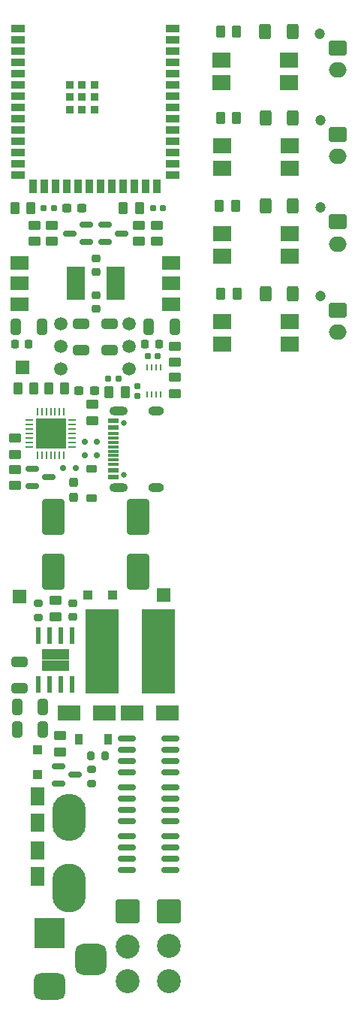
<source format=gbr>
%TF.GenerationSoftware,KiCad,Pcbnew,7.0.6*%
%TF.CreationDate,2023-07-31T04:45:07-07:00*%
%TF.ProjectId,LED_Wled,4c45445f-576c-4656-942e-6b696361645f,rev?*%
%TF.SameCoordinates,Original*%
%TF.FileFunction,Soldermask,Top*%
%TF.FilePolarity,Negative*%
%FSLAX46Y46*%
G04 Gerber Fmt 4.6, Leading zero omitted, Abs format (unit mm)*
G04 Created by KiCad (PCBNEW 7.0.6) date 2023-07-31 04:45:07*
%MOMM*%
%LPD*%
G01*
G04 APERTURE LIST*
G04 Aperture macros list*
%AMRoundRect*
0 Rectangle with rounded corners*
0 $1 Rounding radius*
0 $2 $3 $4 $5 $6 $7 $8 $9 X,Y pos of 4 corners*
0 Add a 4 corners polygon primitive as box body*
4,1,4,$2,$3,$4,$5,$6,$7,$8,$9,$2,$3,0*
0 Add four circle primitives for the rounded corners*
1,1,$1+$1,$2,$3*
1,1,$1+$1,$4,$5*
1,1,$1+$1,$6,$7*
1,1,$1+$1,$8,$9*
0 Add four rect primitives between the rounded corners*
20,1,$1+$1,$2,$3,$4,$5,0*
20,1,$1+$1,$4,$5,$6,$7,0*
20,1,$1+$1,$6,$7,$8,$9,0*
20,1,$1+$1,$8,$9,$2,$3,0*%
%AMFreePoly0*
4,1,6,1.000000,0.000000,0.500000,-0.750000,-0.500000,-0.750000,-0.500000,0.750000,0.500000,0.750000,1.000000,0.000000,1.000000,0.000000,$1*%
G04 Aperture macros list end*
%ADD10R,2.000000X1.780000*%
%ADD11RoundRect,0.250000X-0.400000X-0.625000X0.400000X-0.625000X0.400000X0.625000X-0.400000X0.625000X0*%
%ADD12RoundRect,0.250000X-0.262500X-0.450000X0.262500X-0.450000X0.262500X0.450000X-0.262500X0.450000X0*%
%ADD13RoundRect,0.250000X-0.325000X-0.650000X0.325000X-0.650000X0.325000X0.650000X-0.325000X0.650000X0*%
%ADD14RoundRect,0.250000X1.000000X-1.750000X1.000000X1.750000X-1.000000X1.750000X-1.000000X-1.750000X0*%
%ADD15RoundRect,0.225000X0.375000X-0.225000X0.375000X0.225000X-0.375000X0.225000X-0.375000X-0.225000X0*%
%ADD16RoundRect,0.250000X-0.450000X0.262500X-0.450000X-0.262500X0.450000X-0.262500X0.450000X0.262500X0*%
%ADD17RoundRect,0.250000X0.650000X-0.325000X0.650000X0.325000X-0.650000X0.325000X-0.650000X-0.325000X0*%
%ADD18R,0.250000X0.750000*%
%ADD19RoundRect,0.250001X-1.099999X1.099999X-1.099999X-1.099999X1.099999X-1.099999X1.099999X1.099999X0*%
%ADD20C,2.700000*%
%ADD21RoundRect,0.250000X0.262500X0.450000X-0.262500X0.450000X-0.262500X-0.450000X0.262500X-0.450000X0*%
%ADD22RoundRect,0.150000X-0.825000X-0.150000X0.825000X-0.150000X0.825000X0.150000X-0.825000X0.150000X0*%
%ADD23R,1.500000X1.500000*%
%ADD24FreePoly0,90.000000*%
%ADD25FreePoly0,270.000000*%
%ADD26RoundRect,0.150000X0.150000X0.200000X-0.150000X0.200000X-0.150000X-0.200000X0.150000X-0.200000X0*%
%ADD27RoundRect,0.237500X0.300000X0.237500X-0.300000X0.237500X-0.300000X-0.237500X0.300000X-0.237500X0*%
%ADD28RoundRect,0.250000X0.450000X-0.262500X0.450000X0.262500X-0.450000X0.262500X-0.450000X-0.262500X0*%
%ADD29R,2.500000X1.800000*%
%ADD30O,2.000000X1.700000*%
%ADD31RoundRect,0.250000X-0.750000X0.600000X-0.750000X-0.600000X0.750000X-0.600000X0.750000X0.600000X0*%
%ADD32C,1.200000*%
%ADD33R,3.500000X3.500000*%
%ADD34RoundRect,0.750000X1.000000X-0.750000X1.000000X0.750000X-1.000000X0.750000X-1.000000X-0.750000X0*%
%ADD35RoundRect,0.875000X0.875000X-0.875000X0.875000X0.875000X-0.875000X0.875000X-0.875000X-0.875000X0*%
%ADD36RoundRect,0.200000X0.200000X0.275000X-0.200000X0.275000X-0.200000X-0.275000X0.200000X-0.275000X0*%
%ADD37R,2.000000X1.500000*%
%ADD38R,2.000000X3.800000*%
%ADD39RoundRect,0.150000X-0.587500X-0.150000X0.587500X-0.150000X0.587500X0.150000X-0.587500X0.150000X0*%
%ADD40RoundRect,0.062500X0.337500X0.062500X-0.337500X0.062500X-0.337500X-0.062500X0.337500X-0.062500X0*%
%ADD41RoundRect,0.062500X0.062500X0.337500X-0.062500X0.337500X-0.062500X-0.337500X0.062500X-0.337500X0*%
%ADD42R,3.350000X3.350000*%
%ADD43C,0.650000*%
%ADD44R,1.240000X0.600000*%
%ADD45R,1.240000X0.300000*%
%ADD46O,2.100000X1.000000*%
%ADD47O,1.800000X1.000000*%
%ADD48R,1.100000X1.100000*%
%ADD49RoundRect,0.155000X0.212500X0.155000X-0.212500X0.155000X-0.212500X-0.155000X0.212500X-0.155000X0*%
%ADD50RoundRect,0.225000X0.225000X0.250000X-0.225000X0.250000X-0.225000X-0.250000X0.225000X-0.250000X0*%
%ADD51R,1.500000X0.900000*%
%ADD52R,0.900000X1.500000*%
%ADD53R,0.900000X0.900000*%
%ADD54RoundRect,0.200000X0.275000X-0.200000X0.275000X0.200000X-0.275000X0.200000X-0.275000X-0.200000X0*%
%ADD55R,0.610000X1.910000*%
%ADD56R,1.550000X1.205000*%
%ADD57RoundRect,0.155000X0.155000X-0.212500X0.155000X0.212500X-0.155000X0.212500X-0.155000X-0.212500X0*%
%ADD58RoundRect,0.225000X0.250000X-0.225000X0.250000X0.225000X-0.250000X0.225000X-0.250000X-0.225000X0*%
%ADD59RoundRect,0.155000X-0.212500X-0.155000X0.212500X-0.155000X0.212500X0.155000X-0.212500X0.155000X0*%
%ADD60RoundRect,0.250000X-0.650000X0.325000X-0.650000X-0.325000X0.650000X-0.325000X0.650000X0.325000X0*%
%ADD61R,3.750000X9.500000*%
%ADD62RoundRect,0.200000X-0.275000X0.200000X-0.275000X-0.200000X0.275000X-0.200000X0.275000X0.200000X0*%
%ADD63O,3.800000X5.500000*%
%ADD64O,3.800000X5.300000*%
%ADD65RoundRect,0.250000X0.300000X0.300000X-0.300000X0.300000X-0.300000X-0.300000X0.300000X-0.300000X0*%
%ADD66RoundRect,0.237500X-0.237500X0.300000X-0.237500X-0.300000X0.237500X-0.300000X0.237500X0.300000X0*%
%ADD67RoundRect,0.150000X0.587500X0.150000X-0.587500X0.150000X-0.587500X-0.150000X0.587500X-0.150000X0*%
%ADD68R,0.900000X1.200000*%
%ADD69RoundRect,0.225000X-0.250000X0.225000X-0.250000X-0.225000X0.250000X-0.225000X0.250000X0.225000X0*%
%ADD70C,1.500000*%
G04 APERTURE END LIST*
D10*
%TO.C,U10*%
X221894400Y-70815200D03*
X221894400Y-68275200D03*
X214274400Y-68275200D03*
X214274400Y-70815200D03*
%TD*%
%TO.C,U9*%
X221894400Y-80721200D03*
X221894400Y-78181200D03*
X214274400Y-78181200D03*
X214274400Y-80721200D03*
%TD*%
%TO.C,U8*%
X214233600Y-51221400D03*
X214233600Y-48681400D03*
X221853600Y-48681400D03*
X221853600Y-51221400D03*
%TD*%
%TO.C,U7*%
X214274400Y-60909200D03*
X214274400Y-58369200D03*
X221894400Y-58369200D03*
X221894400Y-60909200D03*
%TD*%
D11*
%TO.C,R28*%
X222270600Y-45501400D03*
X219170600Y-45501400D03*
%TD*%
D12*
%TO.C,R15*%
X201525500Y-86106000D03*
X203350500Y-86106000D03*
%TD*%
D13*
%TO.C,C4*%
X191160400Y-124104400D03*
X194110400Y-124104400D03*
%TD*%
D14*
%TO.C,C2*%
X195250000Y-106300000D03*
X195250000Y-100200000D03*
%TD*%
D15*
%TO.C,D9*%
X199593200Y-98068400D03*
X199593200Y-94768400D03*
%TD*%
D16*
%TO.C,R20*%
X206936100Y-67296700D03*
X206936100Y-69121700D03*
%TD*%
D17*
%TO.C,C26*%
X198374000Y-81383400D03*
X198374000Y-78433400D03*
%TD*%
D18*
%TO.C,U1*%
X205879000Y-86386000D03*
X206379000Y-86386000D03*
X206879000Y-86386000D03*
X207379000Y-86386000D03*
X207379000Y-83286000D03*
X206879000Y-83286000D03*
X206379000Y-83286000D03*
X205879000Y-83286000D03*
%TD*%
D19*
%TO.C,J4*%
X203666000Y-144598500D03*
D20*
X203666000Y-148558500D03*
X203666000Y-152518500D03*
%TD*%
D17*
%TO.C,C15*%
X201625200Y-81383400D03*
X201625200Y-78433400D03*
%TD*%
D11*
%TO.C,R32*%
X219211400Y-65095200D03*
X222311400Y-65095200D03*
%TD*%
D21*
%TO.C,R1*%
X204976100Y-65328800D03*
X203151100Y-65328800D03*
%TD*%
D22*
%TO.C,Q2*%
X203519000Y-136145800D03*
X203519000Y-137415800D03*
X203519000Y-138685800D03*
X203519000Y-139955800D03*
X208469000Y-139955800D03*
X208469000Y-138685800D03*
X208469000Y-137415800D03*
X208469000Y-136145800D03*
%TD*%
D19*
%TO.C,J1*%
X208280000Y-144579200D03*
D20*
X208280000Y-148539200D03*
X208280000Y-152499200D03*
%TD*%
D23*
%TO.C,JP1*%
X193497200Y-134350400D03*
X193497200Y-131950400D03*
D24*
X193497200Y-135150400D03*
D25*
X193497200Y-131150400D03*
%TD*%
D26*
%TO.C,D8*%
X198791600Y-91694000D03*
X200191600Y-91694000D03*
%TD*%
D27*
%TO.C,C19*%
X198474500Y-65328800D03*
X196749500Y-65328800D03*
%TD*%
D28*
%TO.C,R25*%
X190906400Y-96619700D03*
X190906400Y-94794700D03*
%TD*%
D16*
%TO.C,R3*%
X208991200Y-84431500D03*
X208991200Y-86256500D03*
%TD*%
D29*
%TO.C,D4*%
X197000000Y-122250000D03*
X201000000Y-122250000D03*
%TD*%
D30*
%TO.C,J11*%
X227324600Y-49819400D03*
D31*
X227324600Y-47319400D03*
D32*
X225324600Y-45719400D03*
%TD*%
D22*
%TO.C,Q4*%
X203519000Y-130645800D03*
X203519000Y-131915800D03*
X203519000Y-133185800D03*
X203519000Y-134455800D03*
X208469000Y-134455800D03*
X208469000Y-133185800D03*
X208469000Y-131915800D03*
X208469000Y-130645800D03*
%TD*%
D33*
%TO.C,J2*%
X194825700Y-147060400D03*
D34*
X194825700Y-153060400D03*
D35*
X199525700Y-150060400D03*
%TD*%
D36*
%TO.C,R6*%
X201129400Y-127101600D03*
X199479400Y-127101600D03*
%TD*%
D37*
%TO.C,U12*%
X208585200Y-76163200D03*
X208585200Y-73863200D03*
D38*
X202285200Y-73863200D03*
D37*
X208585200Y-71563200D03*
%TD*%
D39*
%TO.C,Q8*%
X192915300Y-94757200D03*
X192915300Y-96657200D03*
X194790300Y-95707200D03*
%TD*%
D11*
%TO.C,R8*%
X222311400Y-55229200D03*
X219211400Y-55229200D03*
%TD*%
D40*
%TO.C,U6*%
X197418000Y-92279600D03*
X197418000Y-91779600D03*
X197418000Y-91279600D03*
X197418000Y-90779600D03*
X197418000Y-90279600D03*
X197418000Y-89779600D03*
X197418000Y-89279600D03*
D41*
X196468000Y-88329600D03*
X195968000Y-88329600D03*
X195468000Y-88329600D03*
X194968000Y-88329600D03*
X194468000Y-88329600D03*
X193968000Y-88329600D03*
X193468000Y-88329600D03*
D40*
X192518000Y-89279600D03*
X192518000Y-89779600D03*
X192518000Y-90279600D03*
X192518000Y-90779600D03*
X192518000Y-91279600D03*
X192518000Y-91779600D03*
X192518000Y-92279600D03*
D41*
X193468000Y-93229600D03*
X193968000Y-93229600D03*
X194468000Y-93229600D03*
X194968000Y-93229600D03*
X195468000Y-93229600D03*
X195968000Y-93229600D03*
X196468000Y-93229600D03*
D42*
X194968000Y-90779600D03*
%TD*%
D43*
%TO.C,J8*%
X203185800Y-95396800D03*
X203185800Y-89616800D03*
D44*
X202065800Y-95706800D03*
X202065800Y-94906800D03*
D45*
X202065800Y-93756800D03*
X202065800Y-92756800D03*
X202065800Y-92256800D03*
X202065800Y-91256800D03*
D44*
X202065800Y-90106800D03*
X202065800Y-89306800D03*
X202065800Y-89306800D03*
X202065800Y-90106800D03*
D45*
X202065800Y-90756800D03*
X202065800Y-91756800D03*
X202065800Y-93256800D03*
X202065800Y-94256800D03*
D44*
X202065800Y-94906800D03*
X202065800Y-95706800D03*
D46*
X202665800Y-96826800D03*
D47*
X206865800Y-96826800D03*
D46*
X202665800Y-88186800D03*
D47*
X206865800Y-88186800D03*
%TD*%
D21*
%TO.C,R13*%
X193088900Y-85699600D03*
X191263900Y-85699600D03*
%TD*%
D48*
%TO.C,D3*%
X193497200Y-126435200D03*
X193497200Y-129235200D03*
%TD*%
D23*
%TO.C,J9*%
X191770000Y-83312000D03*
%TD*%
D11*
%TO.C,R30*%
X219211400Y-75021200D03*
X222311400Y-75021200D03*
%TD*%
D49*
%TO.C,C16*%
X207628300Y-65328800D03*
X206493300Y-65328800D03*
%TD*%
D23*
%TO.C,J7*%
X191414400Y-109118400D03*
%TD*%
D50*
%TO.C,C25*%
X192494200Y-80721200D03*
X190944200Y-80721200D03*
%TD*%
D29*
%TO.C,D2*%
X204150000Y-122250000D03*
X208150000Y-122250000D03*
%TD*%
D39*
%TO.C,Q3*%
X195838600Y-128285200D03*
X195838600Y-130185200D03*
X197713600Y-129235200D03*
%TD*%
D51*
%TO.C,U5*%
X191249600Y-45133600D03*
X191249600Y-46403600D03*
X191249600Y-47673600D03*
X191249600Y-48943600D03*
X191249600Y-50213600D03*
X191249600Y-51483600D03*
X191249600Y-52753600D03*
X191249600Y-54023600D03*
X191249600Y-55293600D03*
X191249600Y-56563600D03*
X191249600Y-57833600D03*
X191249600Y-59103600D03*
X191249600Y-60373600D03*
X191249600Y-61643600D03*
D52*
X193014600Y-62893600D03*
X194284600Y-62893600D03*
X195554600Y-62893600D03*
X196824600Y-62893600D03*
X198094600Y-62893600D03*
X199364600Y-62893600D03*
X200634600Y-62893600D03*
X201904600Y-62893600D03*
X203174600Y-62893600D03*
X204444600Y-62893600D03*
X205714600Y-62893600D03*
X206984600Y-62893600D03*
D51*
X208749600Y-61643600D03*
X208749600Y-60373600D03*
X208749600Y-59103600D03*
X208749600Y-57833600D03*
X208749600Y-56563600D03*
X208749600Y-55293600D03*
X208749600Y-54023600D03*
X208749600Y-52753600D03*
X208749600Y-51483600D03*
X208749600Y-50213600D03*
X208749600Y-48943600D03*
X208749600Y-47673600D03*
X208749600Y-46403600D03*
X208749600Y-45133600D03*
D53*
X198499600Y-52853600D03*
X197099600Y-52853600D03*
X199899600Y-52853600D03*
X197099600Y-54253600D03*
X198499600Y-54253600D03*
X199899600Y-54253600D03*
X197099600Y-51453600D03*
X198499600Y-51453600D03*
X199899600Y-51453600D03*
%TD*%
D21*
%TO.C,R27*%
X214110400Y-55229200D03*
X215935400Y-55229200D03*
%TD*%
D13*
%TO.C,C27*%
X206043000Y-78740000D03*
X208993000Y-78740000D03*
%TD*%
D54*
%TO.C,R9*%
X193555000Y-111505000D03*
X193555000Y-109855000D03*
%TD*%
D23*
%TO.C,JP2*%
X193497200Y-140414400D03*
X193497200Y-138014400D03*
D24*
X193497200Y-141214400D03*
D25*
X193497200Y-137214400D03*
%TD*%
D37*
%TO.C,U3*%
X191464800Y-71563200D03*
X191464800Y-73863200D03*
D38*
X197764800Y-73863200D03*
D37*
X191464800Y-76163200D03*
%TD*%
D49*
%TO.C,C23*%
X207069500Y-82042000D03*
X205934500Y-82042000D03*
%TD*%
D12*
%TO.C,R12*%
X190910200Y-65379600D03*
X192735200Y-65379600D03*
%TD*%
D13*
%TO.C,C6*%
X191057000Y-78740000D03*
X194007000Y-78740000D03*
%TD*%
D55*
%TO.C,U2*%
X197410000Y-113500000D03*
X196140000Y-113500000D03*
X194870000Y-113500000D03*
X193600000Y-113500000D03*
X193600000Y-119060000D03*
X194870000Y-119060000D03*
X196140000Y-119060000D03*
X197410000Y-119060000D03*
D56*
X196280000Y-115677500D03*
X194730000Y-115677500D03*
X196280000Y-116882500D03*
X194730000Y-116882500D03*
%TD*%
D26*
%TO.C,D7*%
X198791600Y-93218000D03*
X200191600Y-93218000D03*
%TD*%
D57*
%TO.C,C17*%
X204724000Y-86546500D03*
X204724000Y-85411500D03*
%TD*%
D28*
%TO.C,R21*%
X195099700Y-69121700D03*
X195099700Y-67296700D03*
%TD*%
D21*
%TO.C,R31*%
X215982400Y-75021200D03*
X214157400Y-75021200D03*
%TD*%
D28*
%TO.C,R26*%
X190906400Y-93114500D03*
X190906400Y-91289500D03*
%TD*%
D58*
%TO.C,C14*%
X200050400Y-72555400D03*
X200050400Y-71005400D03*
%TD*%
D59*
%TO.C,C18*%
X194199700Y-65379600D03*
X195334700Y-65379600D03*
%TD*%
%TO.C,C20*%
X201472800Y-84582000D03*
X202607800Y-84582000D03*
%TD*%
D60*
%TO.C,C5*%
X191465200Y-116533400D03*
X191465200Y-119483400D03*
%TD*%
D61*
%TO.C,L1*%
X200775000Y-115330000D03*
X207135000Y-115330000D03*
%TD*%
D26*
%TO.C,D6*%
X196404000Y-94691200D03*
X197804000Y-94691200D03*
%TD*%
D50*
%TO.C,C28*%
X207175400Y-80721200D03*
X205625400Y-80721200D03*
%TD*%
D30*
%TO.C,J15*%
X227365400Y-59547200D03*
D31*
X227365400Y-57047200D03*
D32*
X225365400Y-55447200D03*
%TD*%
D16*
%TO.C,R22*%
X204954900Y-67296700D03*
X204954900Y-69121700D03*
%TD*%
D32*
%TO.C,J12*%
X225365400Y-75239200D03*
D31*
X227365400Y-76839200D03*
D30*
X227365400Y-79339200D03*
%TD*%
D21*
%TO.C,R14*%
X196543300Y-85699600D03*
X194718300Y-85699600D03*
%TD*%
D32*
%TO.C,J13*%
X225365400Y-65313200D03*
D31*
X227365400Y-66913200D03*
D30*
X227365400Y-69413200D03*
%TD*%
D23*
%TO.C,J5*%
X207700000Y-109000000D03*
%TD*%
D16*
%TO.C,R10*%
X196037200Y-124817500D03*
X196037200Y-126642500D03*
%TD*%
D27*
%TO.C,C21*%
X199896900Y-85902800D03*
X198171900Y-85902800D03*
%TD*%
D13*
%TO.C,C3*%
X191160400Y-121564400D03*
X194110400Y-121564400D03*
%TD*%
D62*
%TO.C,R7*%
X199542400Y-128601200D03*
X199542400Y-130251200D03*
%TD*%
D22*
%TO.C,Q5*%
X203519000Y-125145800D03*
X203519000Y-126415800D03*
X203519000Y-127685800D03*
X203519000Y-128955800D03*
X208469000Y-128955800D03*
X208469000Y-127685800D03*
X208469000Y-126415800D03*
X208469000Y-125145800D03*
%TD*%
D63*
%TO.C,F1*%
X197053200Y-141986000D03*
D64*
X197053200Y-133986000D03*
%TD*%
D58*
%TO.C,C1*%
X197455000Y-111455000D03*
X197455000Y-109905000D03*
%TD*%
D65*
%TO.C,D11*%
X201958400Y-108966000D03*
X199158400Y-108966000D03*
%TD*%
D66*
%TO.C,C22*%
X197561200Y-96268200D03*
X197561200Y-97993200D03*
%TD*%
D21*
%TO.C,R29*%
X214116600Y-45501400D03*
X215941600Y-45501400D03*
%TD*%
D67*
%TO.C,Q6*%
X198983600Y-69159200D03*
X198983600Y-67259200D03*
X197108600Y-68209200D03*
%TD*%
D68*
%TO.C,D5*%
X201446400Y-125222000D03*
X198146400Y-125222000D03*
%TD*%
D21*
%TO.C,R33*%
X215831900Y-65095200D03*
X214006900Y-65095200D03*
%TD*%
D39*
%TO.C,Q7*%
X201071000Y-67259200D03*
X201071000Y-69159200D03*
X202946000Y-68209200D03*
%TD*%
D28*
%TO.C,R4*%
X195505000Y-111392500D03*
X195505000Y-109567500D03*
%TD*%
D14*
%TO.C,C13*%
X204850000Y-106300000D03*
X204850000Y-100200000D03*
%TD*%
D16*
%TO.C,R24*%
X208991200Y-80928200D03*
X208991200Y-82753200D03*
%TD*%
%TO.C,R16*%
X199694800Y-87481400D03*
X199694800Y-89306400D03*
%TD*%
D28*
%TO.C,R19*%
X193118500Y-69123600D03*
X193118500Y-67298600D03*
%TD*%
D69*
%TO.C,C24*%
X200050400Y-75171000D03*
X200050400Y-76721000D03*
%TD*%
D70*
%TO.C,U4*%
X203849600Y-83464400D03*
X203849600Y-80924400D03*
X203849600Y-78384400D03*
X196149600Y-78384400D03*
X196149600Y-80924400D03*
X196149600Y-83464400D03*
%TD*%
M02*

</source>
